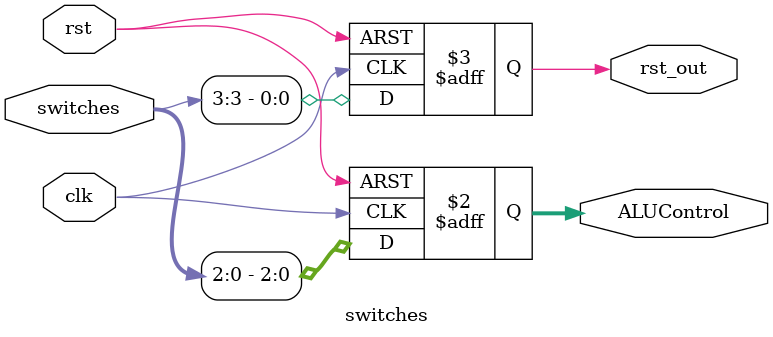
<source format=v>
`timescale 1ns / 1ps
module switches(
    input clk,
    input rst,
    input [15:0] switches,       // physical FPGA switches
    output reg [2:0] ALUControl, // 3-bit operation select
    output reg rst_out           // on/off or reset
);

    always @(posedge clk or posedge rst) begin
        if (rst) begin
            ALUControl <= 3'b000;
            rst_out <= 0;
        end else begin
            ALUControl <= switches[2:0];   // switches 0-2 for operation
            rst_out <= switches[3];         // switch 3 for on/off or reset
        end
    end

endmodule

</source>
